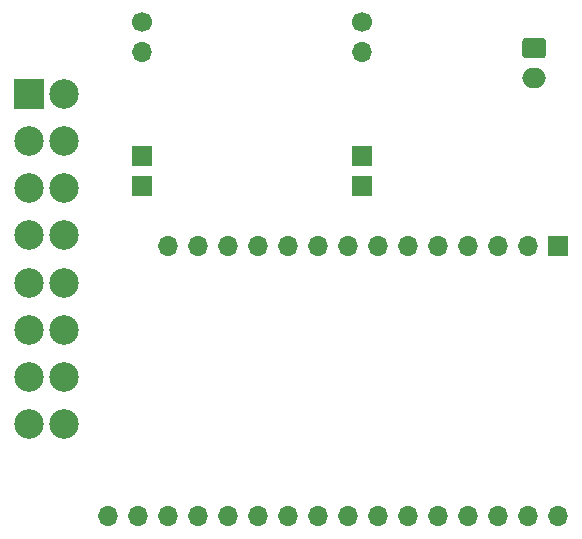
<source format=gbr>
%TF.GenerationSoftware,KiCad,Pcbnew,(5.1.10)-1*%
%TF.CreationDate,2021-07-24T11:50:19+02:00*%
%TF.ProjectId,pcb-esp32-power,7063622d-6573-4703-9332-2d706f776572,rev?*%
%TF.SameCoordinates,Original*%
%TF.FileFunction,Soldermask,Bot*%
%TF.FilePolarity,Negative*%
%FSLAX46Y46*%
G04 Gerber Fmt 4.6, Leading zero omitted, Abs format (unit mm)*
G04 Created by KiCad (PCBNEW (5.1.10)-1) date 2021-07-24 11:50:19*
%MOMM*%
%LPD*%
G01*
G04 APERTURE LIST*
%ADD10C,1.700000*%
%ADD11O,1.700000X1.700000*%
%ADD12R,1.700000X1.700000*%
%ADD13O,2.000000X1.700000*%
%ADD14R,2.500000X2.500000*%
%ADD15C,2.500000*%
G04 APERTURE END LIST*
D10*
%TO.C,U1*%
X137766000Y-90282000D03*
D11*
X137766000Y-92822000D03*
D10*
X156366000Y-90282000D03*
D12*
X137766000Y-101582000D03*
X156366000Y-101582000D03*
D11*
X156366000Y-92822000D03*
D12*
X137766000Y-104122000D03*
X156366000Y-104122000D03*
%TD*%
%TO.C,J2*%
G36*
G01*
X170192000Y-91606000D02*
X171692000Y-91606000D01*
G75*
G02*
X171942000Y-91856000I0J-250000D01*
G01*
X171942000Y-93056000D01*
G75*
G02*
X171692000Y-93306000I-250000J0D01*
G01*
X170192000Y-93306000D01*
G75*
G02*
X169942000Y-93056000I0J250000D01*
G01*
X169942000Y-91856000D01*
G75*
G02*
X170192000Y-91606000I250000J0D01*
G01*
G37*
D13*
X170942000Y-94956000D03*
%TD*%
D12*
%TO.C,J3*%
X172974000Y-109220000D03*
D11*
X170434000Y-109220000D03*
X167894000Y-109220000D03*
X165354000Y-109220000D03*
X162814000Y-109220000D03*
X160274000Y-109220000D03*
X157734000Y-109220000D03*
X155194000Y-109220000D03*
X152654000Y-109220000D03*
X150114000Y-109220000D03*
X147574000Y-109220000D03*
X145034000Y-109220000D03*
X142494000Y-109220000D03*
X139954000Y-109220000D03*
X134874000Y-132080000D03*
X137414000Y-132080000D03*
X139954000Y-132080000D03*
X142494000Y-132080000D03*
X145034000Y-132080000D03*
X147574000Y-132080000D03*
X150114000Y-132080000D03*
X152654000Y-132080000D03*
X155194000Y-132080000D03*
X157734000Y-132080000D03*
X160274000Y-132080000D03*
X162814000Y-132080000D03*
X165354000Y-132080000D03*
X167894000Y-132080000D03*
X170434000Y-132080000D03*
X172974000Y-132080000D03*
%TD*%
D14*
%TO.C,J1*%
X128143000Y-96307000D03*
D15*
X128143000Y-100307000D03*
X128143000Y-104307000D03*
X128143000Y-108307000D03*
X128143000Y-112307000D03*
X128143000Y-116307000D03*
X128143000Y-120307000D03*
X128143000Y-124307000D03*
X131143000Y-96307000D03*
X131143000Y-100307000D03*
X131143000Y-104307000D03*
X131143000Y-108307000D03*
X131143000Y-112307000D03*
X131143000Y-116307000D03*
X131143000Y-120307000D03*
X131143000Y-124307000D03*
%TD*%
M02*

</source>
